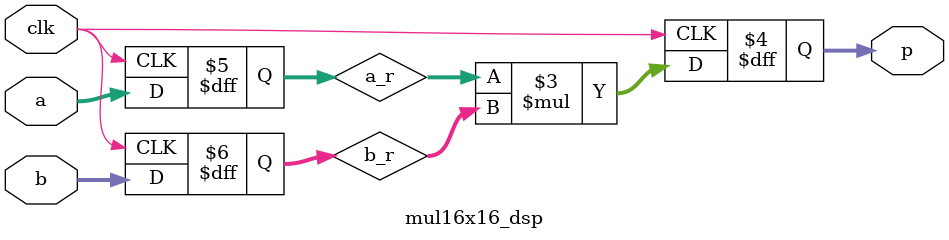
<source format=sv>
module mul16x16_dsp (
    input  wire         clk,
    input  wire signed [15:0] a,
    input  wire signed [15:0] b,
    output reg  signed [31:0] p
);

    // Register inputs
    reg signed [15:0] a_r;
    reg signed [15:0] b_r;

    always @(posedge clk) begin
        a_r <= a;
        b_r <= b;
    end

    // DSP multiply: Vivado guarantees DSP48E2 here
    (* use_dsp = "yes" *)
    always @(posedge clk) begin
        p <= a_r * b_r;
    end

endmodule

</source>
